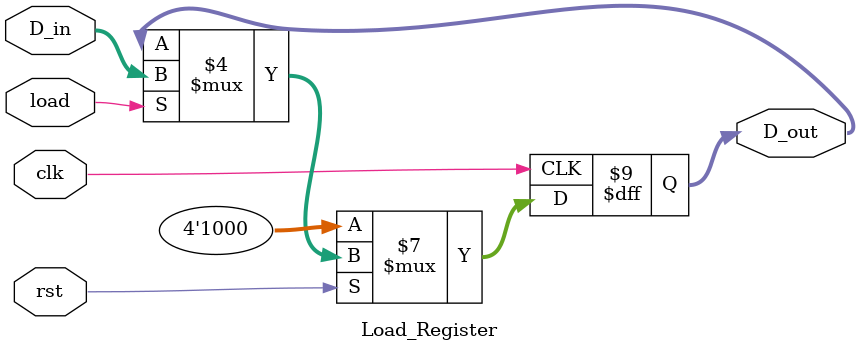
<source format=v>
module Load_Register(D_in, D_out, clk, rst, load);
    input [3:0]D_in;
    output [3:0]D_out;
    input clk, rst, load;
    reg [3:0]D_out;

    always@(posedge clk)
        begin
            if(rst==1'b0) 
               begin
                  D_out<=4'b1000;
               end
            else
               begin
                   if(load==1'b1)
                      begin
                         D_out<=D_in;
                      end
               end
        end
endmodule 

</source>
